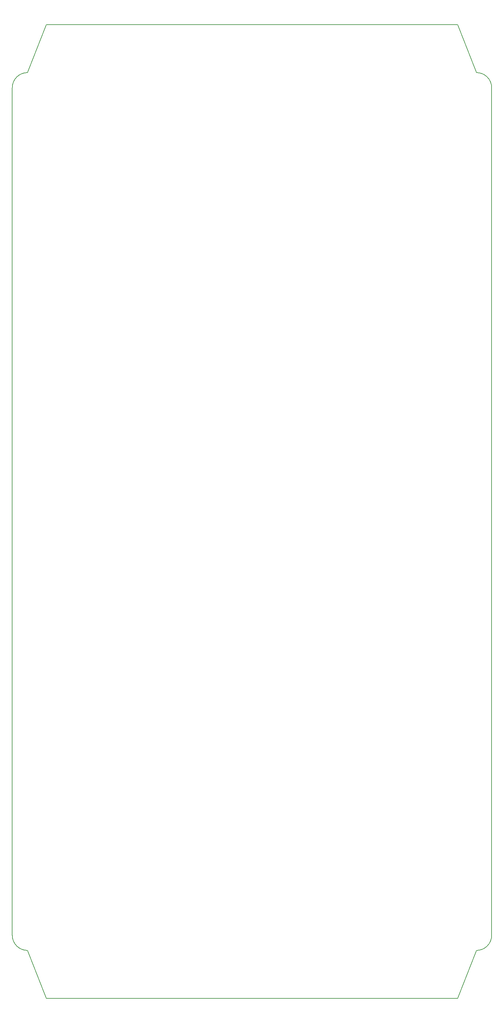
<source format=gbr>
%TF.GenerationSoftware,KiCad,Pcbnew,5.1.5+dfsg1-2build2*%
%TF.CreationDate,2020-11-09T16:58:00-06:00*%
%TF.ProjectId,TARS-MK1,54415253-2d4d-44b3-912e-6b696361645f,rev?*%
%TF.SameCoordinates,Original*%
%TF.FileFunction,Profile,NP*%
%FSLAX46Y46*%
G04 Gerber Fmt 4.6, Leading zero omitted, Abs format (unit mm)*
G04 Created by KiCad (PCBNEW 5.1.5+dfsg1-2build2) date 2020-11-09 16:58:00*
%MOMM*%
%LPD*%
G04 APERTURE LIST*
%TA.AperFunction,Profile*%
%ADD10C,0.150000*%
%TD*%
G04 APERTURE END LIST*
D10*
X318000000Y-27300000D02*
X209000000Y-27300000D01*
X323000000Y-40000000D02*
X318000000Y-27300000D01*
X204000000Y-40000000D02*
X209000000Y-27300000D01*
X209000000Y-285100000D02*
X318000000Y-285100000D01*
X323000000Y-272400000D02*
X318000000Y-285100000D01*
X204000000Y-272400000D02*
X209000000Y-285100000D01*
X327000000Y-268400000D02*
G75*
G02X323000000Y-272400000I-4000000J0D01*
G01*
X204000000Y-272400000D02*
G75*
G02X200000000Y-268400000I0J4000000D01*
G01*
X200000000Y-44000000D02*
G75*
G02X204000000Y-40000000I4000000J0D01*
G01*
X327000000Y-44000000D02*
G75*
G03X323000000Y-40000000I-4000000J0D01*
G01*
X327000000Y-44000000D02*
X327000000Y-268400000D01*
X200000000Y-44000000D02*
X200000000Y-268400000D01*
M02*

</source>
